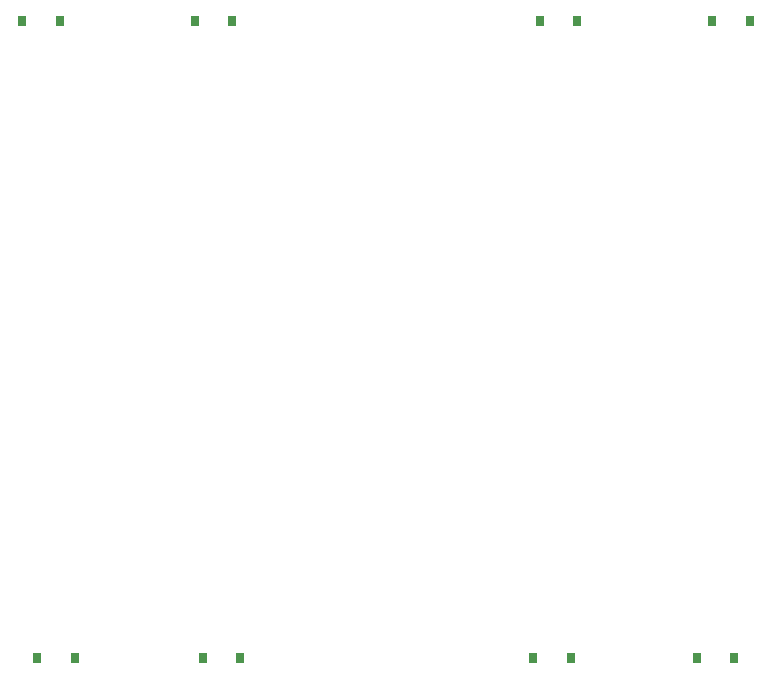
<source format=gbr>
%TF.GenerationSoftware,KiCad,Pcbnew,9.0.4*%
%TF.CreationDate,2025-09-18T14:59:58+02:00*%
%TF.ProjectId,blackpants,626c6163-6b70-4616-9e74-732e6b696361,V2.5*%
%TF.SameCoordinates,Original*%
%TF.FileFunction,Paste,Top*%
%TF.FilePolarity,Positive*%
%FSLAX46Y46*%
G04 Gerber Fmt 4.6, Leading zero omitted, Abs format (unit mm)*
G04 Created by KiCad (PCBNEW 9.0.4) date 2025-09-18 14:59:58*
%MOMM*%
%LPD*%
G01*
G04 APERTURE LIST*
%ADD10R,0.670000X0.830000*%
G04 APERTURE END LIST*
D10*
%TO.C,D15*%
X48641202Y-165639999D03*
X45471202Y-165639999D03*
%TD*%
%TO.C,D16*%
X62650002Y-165639999D03*
X59480002Y-165639999D03*
%TD*%
%TO.C,D18*%
X104500002Y-165639999D03*
X101330002Y-165639999D03*
%TD*%
%TO.C,D22*%
X102630002Y-111709999D03*
X105800002Y-111709999D03*
%TD*%
%TO.C,D21*%
X88015002Y-111704999D03*
X91185002Y-111704999D03*
%TD*%
%TO.C,D20*%
X58815002Y-111709999D03*
X61985002Y-111709999D03*
%TD*%
%TO.C,D19*%
X44224754Y-111707538D03*
X47394754Y-111707538D03*
%TD*%
%TO.C,D17*%
X90650002Y-165639999D03*
X87480002Y-165639999D03*
%TD*%
M02*

</source>
